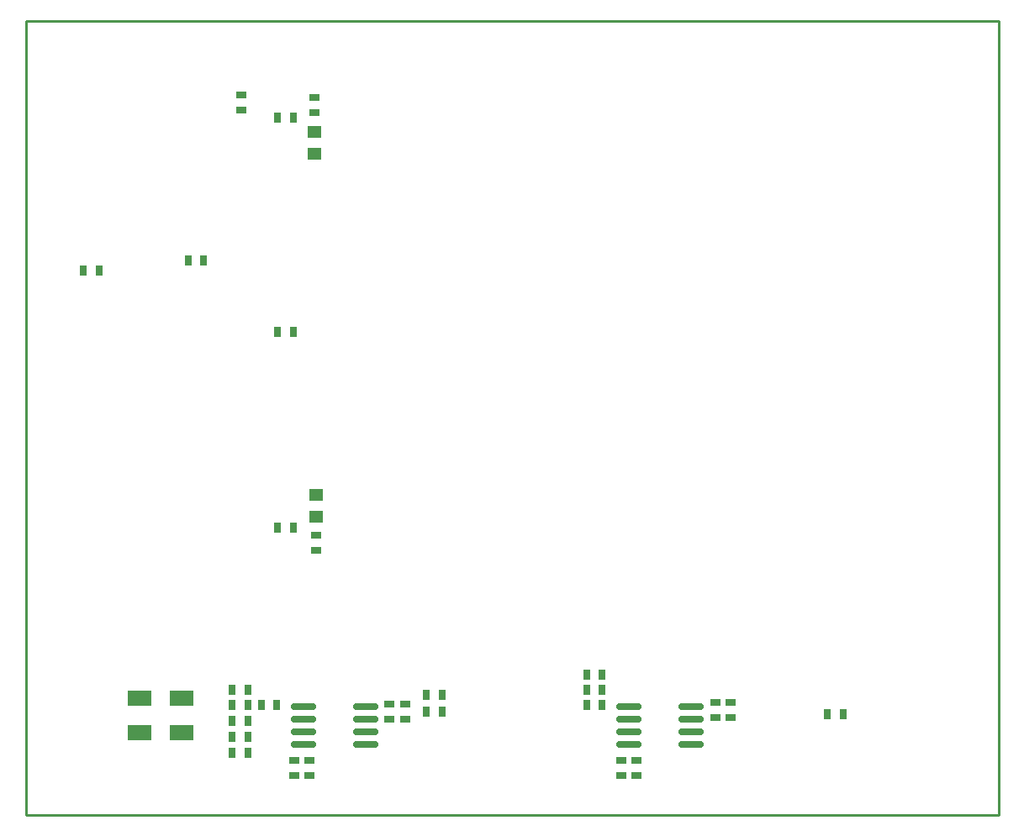
<source format=gtp>
G04 Layer_Color=8421504*
%FSLAX25Y25*%
%MOIN*%
G70*
G01*
G75*
%ADD13R,0.09488X0.06496*%
%ADD14R,0.03150X0.03937*%
%ADD15O,0.10236X0.02756*%
%ADD16R,0.05315X0.05118*%
%ADD17R,0.03937X0.03150*%
%ADD25C,0.01000*%
D13*
X61748Y46252D02*
D03*
Y32748D02*
D03*
X45252D02*
D03*
Y46252D02*
D03*
D14*
X324031Y40000D02*
D03*
X317969D02*
D03*
X106032Y114000D02*
D03*
X99968D02*
D03*
X106032Y276665D02*
D03*
X99968D02*
D03*
X165032Y40981D02*
D03*
X158968D02*
D03*
X88032Y43500D02*
D03*
X81968D02*
D03*
X88032Y37169D02*
D03*
X81968D02*
D03*
X228532Y49500D02*
D03*
X222468D02*
D03*
Y55500D02*
D03*
X228532D02*
D03*
X64468Y220000D02*
D03*
X70531D02*
D03*
X29032Y216000D02*
D03*
X22968D02*
D03*
X106032Y191500D02*
D03*
X99968D02*
D03*
X81968Y31000D02*
D03*
X88032D02*
D03*
X88032Y24500D02*
D03*
X81968D02*
D03*
X99532Y43500D02*
D03*
X93468D02*
D03*
X88032Y49500D02*
D03*
X81968D02*
D03*
X165032Y47524D02*
D03*
X158968D02*
D03*
X228532Y43523D02*
D03*
X222468D02*
D03*
D15*
X134705Y28000D02*
D03*
Y33000D02*
D03*
Y38000D02*
D03*
Y43000D02*
D03*
X110295Y28000D02*
D03*
Y33000D02*
D03*
Y38000D02*
D03*
Y43000D02*
D03*
X263705Y28000D02*
D03*
Y33000D02*
D03*
Y38000D02*
D03*
Y43000D02*
D03*
X239295Y28000D02*
D03*
Y33000D02*
D03*
Y38000D02*
D03*
Y43000D02*
D03*
D16*
X115000Y126831D02*
D03*
Y118169D02*
D03*
X114500Y270831D02*
D03*
Y262169D02*
D03*
D17*
X115000Y104969D02*
D03*
Y111031D02*
D03*
X114500Y278468D02*
D03*
Y284531D02*
D03*
X150500Y37969D02*
D03*
Y44032D02*
D03*
X144000Y37969D02*
D03*
Y44032D02*
D03*
X106500Y15469D02*
D03*
Y21531D02*
D03*
X112500Y15469D02*
D03*
Y21531D02*
D03*
X273500Y38469D02*
D03*
Y44532D02*
D03*
X279500Y38469D02*
D03*
Y44532D02*
D03*
X242000Y15469D02*
D03*
Y21531D02*
D03*
X236000Y15469D02*
D03*
Y21531D02*
D03*
X85500Y279468D02*
D03*
Y285531D02*
D03*
D25*
X0Y0D02*
Y284500D01*
Y0D02*
X385500D01*
X385827D02*
Y314961D01*
X0D02*
X385827D01*
X0Y284500D02*
Y314961D01*
M02*

</source>
